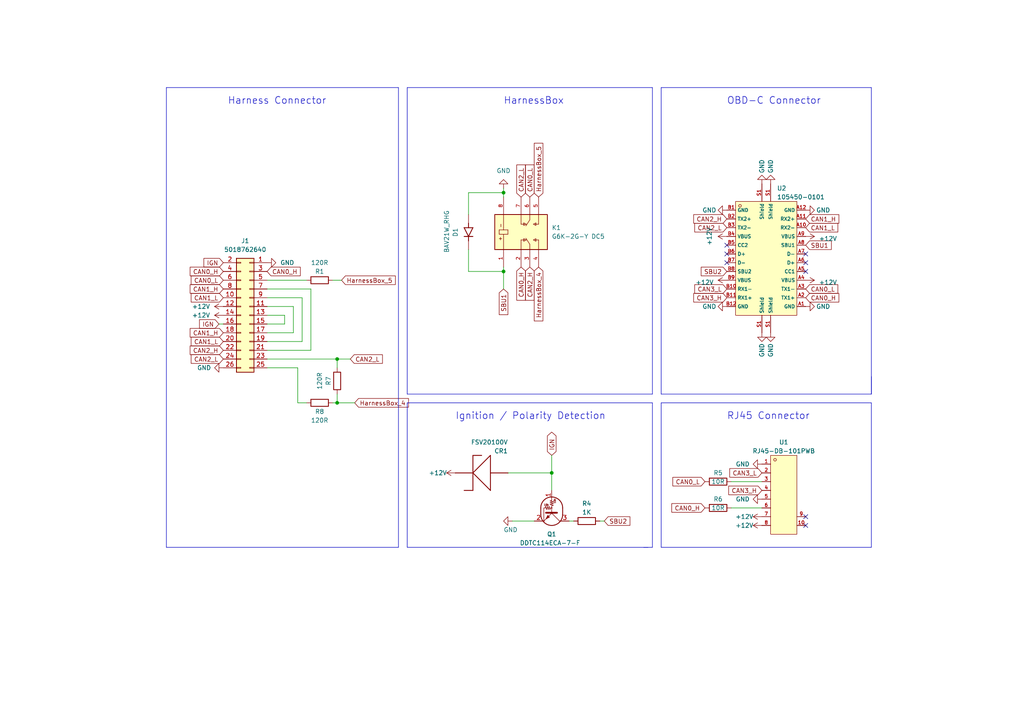
<source format=kicad_sch>
(kicad_sch (version 20230121) (generator eeschema)
  (paper "A4")
  (title_block (title "OBD-C HarnessBox") (company "loetkolben"))
  (lib_symbols
    (symbol "105450-0101:105450-0101"
      (property "Reference" "U2" (at 3.0909 20.32 0))
      (property "Value" "105450-0101" (at 3.0909 17.78 0))
      (symbol "105450-0101_0_1"
        (rectangle (start -8.89 16.51) (end 8.89 -16.51) (fill (type background)))
        (circle (center -7.62 15.24) (radius 0.381) (fill (type background)))
        (pin unspecified line (at 11.43 -13.97 180) (length 2.54) (name "GND") (number "A1"))
        (pin unspecified line (at 11.43 8.89 180) (length 2.54) (name "RX2-") (number "A10"))
        (pin unspecified line (at 11.43 11.43 180) (length 2.54) (name "RX2+") (number "A11"))
        (pin unspecified line (at 11.43 13.97 180) (length 2.54) (name "GND") (number "A12"))
        (pin unspecified line (at 11.43 -11.43 180) (length 2.54) (name "TX1+") (number "A2"))
        (pin unspecified line (at 11.43 -8.89 180) (length 2.54) (name "TX1-") (number "A3"))
        (pin unspecified line (at 11.43 -6.35 180) (length 2.54) (name "VBUS") (number "A4"))
        (pin unspecified line (at 11.43 -3.81 180) (length 2.54) (name "CC1") (number "A5"))
        (pin unspecified line (at 11.43 -1.27 180) (length 2.54) (name "D+") (number "A6"))
        (pin unspecified line (at 11.43 1.27 180) (length 2.54) (name "D-") (number "A7"))
        (pin unspecified line (at 11.43 3.81 180) (length 2.54) (name "SBU1") (number "A8"))
        (pin unspecified line (at 11.43 6.35 180) (length 2.54) (name "VBUS") (number "A9"))
        (pin unspecified line (at -11.43 13.97 0) (length 2.54) (name "GND") (number "B1"))
        (pin unspecified line (at -11.43 -8.89 0) (length 2.54) (name "RX1-") (number "B10"))
        (pin unspecified line (at -11.43 -11.43 0) (length 2.54) (name "RX1+") (number "B11"))
        (pin unspecified line (at -11.43 -13.97 0) (length 2.54) (name "GND") (number "B12"))
        (pin unspecified line (at -11.43 11.43 0) (length 2.54) (name "TX2+") (number "B2"))
        (pin unspecified line (at -11.43 8.89 0) (length 2.54) (name "TX2-") (number "B3"))
        (pin unspecified line (at -11.43 6.35 0) (length 2.54) (name "VBUS") (number "B4"))
        (pin unspecified line (at -11.43 3.81 0) (length 2.54) (name "CC2") (number "B5"))
        (pin unspecified line (at -11.43 1.27 0) (length 2.54) (name "D+") (number "B6"))
        (pin unspecified line (at -11.43 -1.27 0) (length 2.54) (name "D-") (number "B7"))
        (pin unspecified line (at -11.43 -3.81 0) (length 2.54) (name "SBU2") (number "B8"))
        (pin unspecified line (at -11.43 -6.35 0) (length 2.54) (name "VBUS") (number "B9"))
        (pin unspecified line (at -1.27 -21.59 90) (length 5.08) (name "Shield") (number "S1"))
        (pin unspecified line (at -1.27 21.59 270) (length 5.08) (name "Shield") (number "S1"))
        (pin unspecified line (at 1.27 -21.59 90) (length 5.08) (name "Shield") (number "S1"))
        (pin unspecified line (at 1.27 21.59 270) (length 5.08) (name "Shield") (number "S1"))
      )
    )
    (symbol "BAV21W_RHG:BAV21W_RHG" (pin_numbers hide) (pin_names (offset 1.016) hide)
      (property "Reference" "D" (at -5.08 2.54 0))
      (property "Value" "BAV21W_RHG" (at -5.08 -3.81 0))
      (symbol "BAV21W_RHG_0_0"
        (polyline (pts (xy -2.54 0) (xy -1.27 0)) (stroke (width 0.254)))
        (polyline (pts (xy -1.27 -1.27) (xy 1.27 0)) (stroke (width 0.254)))
        (polyline (pts (xy -1.27 0) (xy -1.27 -1.27)) (stroke (width 0.254)))
        (polyline (pts (xy -1.27 1.27) (xy -1.27 0)) (stroke (width 0.254)))
        (polyline (pts (xy 1.27 0) (xy -1.27 1.27)) (stroke (width 0.254)))
        (polyline (pts (xy 1.27 0) (xy 1.27 -1.27)) (stroke (width 0.254)))
        (polyline (pts (xy 1.27 0) (xy 2.54 0)) (stroke (width 0.254)))
        (polyline (pts (xy 1.27 1.27) (xy 1.27 0)) (stroke (width 0.254)))
        (pin passive line (at -5.08 0 0) (length 2.54) (name "~") (number "A"))
        (pin passive line (at 5.08 0 180) (length 2.54) (name "~") (number "C"))
      )
    )
    (symbol "Connector_Generic:Conn_02x13_Odd_Even" (pin_names (offset 1.016) hide)
      (property "Reference" "J" (at 1.27 17.78 0))
      (property "Value" "Conn_02x13_Odd_Even" (at 1.27 -17.78 0))
      (symbol "Conn_02x13_Odd_Even_1_1"
        (rectangle (start -1.27 -15.113) (end 0 -15.367) (stroke (width 0.1524)))
        (rectangle (start -1.27 -12.573) (end 0 -12.827) (stroke (width 0.1524)))
        (rectangle (start -1.27 -10.033) (end 0 -10.287) (stroke (width 0.1524)))
        (rectangle (start -1.27 -7.493) (end 0 -7.747) (stroke (width 0.1524)))
        (rectangle (start -1.27 -4.953) (end 0 -5.207) (stroke (width 0.1524)))
        (rectangle (start -1.27 -2.413) (end 0 -2.667) (stroke (width 0.1524)))
        (rectangle (start -1.27 0.127) (end 0 -0.127) (stroke (width 0.1524)))
        (rectangle (start -1.27 2.667) (end 0 2.413) (stroke (width 0.1524)))
        (rectangle (start -1.27 5.207) (end 0 4.953) (stroke (width 0.1524)))
        (rectangle (start -1.27 7.747) (end 0 7.493) (stroke (width 0.1524)))
        (rectangle (start -1.27 10.287) (end 0 10.033) (stroke (width 0.1524)))
        (rectangle (start -1.27 12.827) (end 0 12.573) (stroke (width 0.1524)))
        (rectangle (start -1.27 15.367) (end 0 15.113) (stroke (width 0.1524)))
        (rectangle (start -1.27 16.51) (end 3.81 -16.51) (stroke (width 0.254)) (fill (type background)))
        (rectangle (start 3.81 -15.113) (end 2.54 -15.367) (stroke (width 0.1524)))
        (rectangle (start 3.81 -12.573) (end 2.54 -12.827) (stroke (width 0.1524)))
        (rectangle (start 3.81 -10.033) (end 2.54 -10.287) (stroke (width 0.1524)))
        (rectangle (start 3.81 -7.493) (end 2.54 -7.747) (stroke (width 0.1524)))
        (rectangle (start 3.81 -4.953) (end 2.54 -5.207) (stroke (width 0.1524)))
        (rectangle (start 3.81 -2.413) (end 2.54 -2.667) (stroke (width 0.1524)))
        (rectangle (start 3.81 0.127) (end 2.54 -0.127) (stroke (width 0.1524)))
        (rectangle (start 3.81 2.667) (end 2.54 2.413) (stroke (width 0.1524)))
        (rectangle (start 3.81 5.207) (end 2.54 4.953) (stroke (width 0.1524)))
        (rectangle (start 3.81 7.747) (end 2.54 7.493) (stroke (width 0.1524)))
        (rectangle (start 3.81 10.287) (end 2.54 10.033) (stroke (width 0.1524)))
        (rectangle (start 3.81 12.827) (end 2.54 12.573) (stroke (width 0.1524)))
        (rectangle (start 3.81 15.367) (end 2.54 15.113) (stroke (width 0.1524)))
        (pin passive line (at -5.08 15.24 0) (length 3.81) (name "Pin_1") (number "1"))
        (pin passive line (at 7.62 5.08 180) (length 3.81) (name "Pin_10") (number "10"))
        (pin passive line (at -5.08 2.54 0) (length 3.81) (name "Pin_11") (number "11"))
        (pin passive line (at 7.62 2.54 180) (length 3.81) (name "Pin_12") (number "12"))
        (pin passive line (at -5.08 0 0) (length 3.81) (name "Pin_13") (number "13"))
        (pin passive line (at 7.62 0 180) (length 3.81) (name "Pin_14") (number "14"))
        (pin passive line (at -5.08 -2.54 0) (length 3.81) (name "Pin_15") (number "15"))
        (pin passive line (at 7.62 -2.54 180) (length 3.81) (name "Pin_16") (number "16"))
        (pin passive line (at -5.08 -5.08 0) (length 3.81) (name "Pin_17") (number "17"))
        (pin passive line (at 7.62 -5.08 180) (length 3.81) (name "Pin_18") (number "18"))
        (pin passive line (at -5.08 -7.62 0) (length 3.81) (name "Pin_19") (number "19"))
        (pin passive line (at 7.62 15.24 180) (length 3.81) (name "Pin_2") (number "2"))
        (pin passive line (at 7.62 -7.62 180) (length 3.81) (name "Pin_20") (number "20"))
        (pin passive line (at -5.08 -10.16 0) (length 3.81) (name "Pin_21") (number "21"))
        (pin passive line (at 7.62 -10.16 180) (length 3.81) (name "Pin_22") (number "22"))
        (pin passive line (at -5.08 -12.7 0) (length 3.81) (name "Pin_23") (number "23"))
        (pin passive line (at 7.62 -12.7 180) (length 3.81) (name "Pin_24") (number "24"))
        (pin passive line (at -5.08 -15.24 0) (length 3.81) (name "Pin_25") (number "25"))
        (pin passive line (at 7.62 -15.24 180) (length 3.81) (name "Pin_26") (number "26"))
        (pin passive line (at -5.08 12.7 0) (length 3.81) (name "Pin_3") (number "3"))
        (pin passive line (at 7.62 12.7 180) (length 3.81) (name "Pin_4") (number "4"))
        (pin passive line (at -5.08 10.16 0) (length 3.81) (name "Pin_5") (number "5"))
        (pin passive line (at 7.62 10.16 180) (length 3.81) (name "Pin_6") (number "6"))
        (pin passive line (at -5.08 7.62 0) (length 3.81) (name "Pin_7") (number "7"))
        (pin passive line (at 7.62 7.62 180) (length 3.81) (name "Pin_8") (number "8"))
        (pin passive line (at -5.08 5.08 0) (length 3.81) (name "Pin_9") (number "9"))
      )
    )
    (symbol "Device:R" (pin_numbers hide) (pin_names (offset 0))
      (property "Reference" "R" (at 2.032 0 90))
      (property "Value" "R" (at 0 0 90))
      (symbol "R_0_1"
        (rectangle (start -1.016 -2.54) (end 1.016 2.54) (stroke (width 0.254)))
      )
      (symbol "R_1_1"
        (pin passive line (at 0 3.81 270) (length 1.27) (name "~") (number "1"))
        (pin passive line (at 0 -3.81 90) (length 1.27) (name "~") (number "2"))
      )
    )
    (symbol "FSV20100V:FSV20100V" (pin_numbers hide) (pin_names (offset 1.016) hide)
      (property "Reference" "CR" (at 7.62 10.16 0))
      (property "Value" "FSV20100V" (at 7.62 7.62 0))
      (symbol "FSV20100V_0_0"
        (polyline (pts (xy -5.08 5.08) (xy 0 5.08)) (stroke (width 0.254)))
        (polyline (pts (xy -5.08 10.16) (xy 0 10.16)) (stroke (width 0.254)))
        (polyline (pts (xy -5.08 12.7) (xy -5.08 10.16)) (stroke (width 0.254)))
        (polyline (pts (xy 0 0) (xy 0 5.08)) (stroke (width 0.254)))
        (polyline (pts (xy 0 5.08) (xy 5.08 5.08)) (stroke (width 0.254)))
        (polyline (pts (xy 0 10.16) (xy -5.08 5.08)) (stroke (width 0.254)))
        (polyline (pts (xy 0 10.16) (xy 0 15.24)) (stroke (width 0.254)))
        (polyline (pts (xy 0 10.16) (xy 5.08 10.16)) (stroke (width 0.254)))
        (polyline (pts (xy 5.08 5.08) (xy 0 10.16)) (stroke (width 0.254)))
        (polyline (pts (xy 5.08 10.16) (xy 5.08 7.62)) (stroke (width 0.254)))
        (pin bidirectional line (at 0 0 0) (length 0) (name "~") (number "1"))
        (pin bidirectional line (at 0 0 0) (length 0) (name "~") (number "2"))
        (pin bidirectional line (at 0 15.24 0) (length 0) (name "~") (number "3"))
      )
    )
    (symbol "G6K-2P-Y_DC3:G6K-2P-Y_DC3" (pin_names (offset 1.016) hide)
      (property "Reference" "K" (at -5.207 8.255 0))
      (property "Value" "G6K-2P-Y_DC3" (at -5.08 -10.16 0))
      (symbol "G6K-2P-Y_DC3_0_0"
        (rectangle (start -5.08 -7.62) (end 5.08 7.62) (stroke (width 0.254)) (fill (type background)))
        (polyline (pts (xy -5.08 -2.54) (xy -3.556 -2.54)) (stroke (width 0.1524)))
        (polyline (pts (xy -5.08 5.08) (xy -0.635 5.08)) (stroke (width 0.1524)))
        (polyline (pts (xy -3.556 -2.54) (xy -1.778 -1.397)) (stroke (width 0.1524)))
        (polyline (pts (xy -2.286 -5.08) (xy -5.08 -5.08)) (stroke (width 0.1524)))
        (polyline (pts (xy -2.286 -5.08) (xy -2.286 -4.064)) (stroke (width 0.1524)))
        (polyline (pts (xy -2.286 0) (xy -5.08 0)) (stroke (width 0.1524)))
        (polyline (pts (xy -2.286 0) (xy -2.286 -1.016)) (stroke (width 0.1524)))
        (polyline (pts (xy -2.286 5.969) (xy -1.524 5.969)) (stroke (width 0.1524)))
        (polyline (pts (xy -1.905 6.35) (xy -1.905 5.588)) (stroke (width 0.1524)))
        (polyline (pts (xy -0.635 3.81) (xy -0.635 5.08)) (stroke (width 0.1524)))
        (polyline (pts (xy -0.635 5.08) (xy -0.635 6.35)) (stroke (width 0.1524)))
        (polyline (pts (xy -0.635 6.35) (xy 0.635 6.35)) (stroke (width 0.1524)))
        (polyline (pts (xy 0.635 3.81) (xy -0.635 3.81)) (stroke (width 0.1524)))
        (polyline (pts (xy 0.635 5.08) (xy 0.635 3.81)) (stroke (width 0.1524)))
        (polyline (pts (xy 0.635 5.08) (xy 5.08 5.08)) (stroke (width 0.1524)))
        (polyline (pts (xy 0.635 6.35) (xy 0.635 5.08)) (stroke (width 0.1524)))
        (polyline (pts (xy 1.524 5.842) (xy 2.286 5.842)) (stroke (width 0.1524)))
        (polyline (pts (xy 2.286 -5.08) (xy 2.286 -4.064)) (stroke (width 0.1524)))
        (polyline (pts (xy 2.286 -5.08) (xy 5.08 -5.08)) (stroke (width 0.1524)))
        (polyline (pts (xy 2.286 0) (xy 2.286 -1.016)) (stroke (width 0.1524)))
        (polyline (pts (xy 2.286 0) (xy 5.08 0)) (stroke (width 0.1524)))
        (polyline (pts (xy 3.556 -2.54) (xy 1.778 -1.397)) (stroke (width 0.1524)))
        (polyline (pts (xy 5.08 -2.54) (xy 3.556 -2.54)) (stroke (width 0.1524)))
        (polyline (pts (xy -2.667 -4.318) (xy -1.905 -4.318) (xy -2.286 -3.556) (xy -2.667 -4.318)) (stroke (width 0.1524)) (fill (type background)))
        (polyline (pts (xy -2.667 -0.762) (xy -1.905 -0.762) (xy -2.286 -1.524) (xy -2.667 -0.762)) (stroke (width 0.1524)) (fill (type background)))
        (polyline (pts (xy 2.667 -4.318) (xy 1.905 -4.318) (xy 2.286 -3.556) (xy 2.667 -4.318)) (stroke (width 0.1524)) (fill (type background)))
        (polyline (pts (xy 2.667 -0.762) (xy 1.905 -0.762) (xy 2.286 -1.524) (xy 2.667 -0.762)) (stroke (width 0.1524)) (fill (type background)))
        (pin passive line (at -10.16 5.08 0) (length 5.08) (name "~") (number "1"))
        (pin passive line (at -10.16 0 0) (length 5.08) (name "~") (number "2"))
        (pin passive line (at -10.16 -2.54 0) (length 5.08) (name "~") (number "3"))
        (pin passive line (at -10.16 -5.08 0) (length 5.08) (name "~") (number "4"))
        (pin passive line (at 10.16 -5.08 180) (length 5.08) (name "~") (number "5"))
        (pin passive line (at 10.16 -2.54 180) (length 5.08) (name "~") (number "6"))
        (pin passive line (at 10.16 0 180) (length 5.08) (name "~") (number "7"))
        (pin passive line (at 10.16 5.08 180) (length 5.08) (name "~") (number "8"))
      )
    )
    (symbol "RJ45-DB-101PWB:RJ45-DB-101PWB" (pin_names hide)
      (property "Reference" "U" (at 0 1.27 0))
      (property "Value" "RJ45-DB-101PWB" (at 0 -2.54 0))
      (symbol "RJ45-DB-101PWB_0_1"
        (rectangle (start -3.81 11.43) (end 3.81 -11.43) (fill (type background)))
        (circle (center -2.54 10.16) (radius 0.381) (fill (type background)))
        (pin unspecified line (at -6.35 8.89 0) (length 2.54) (name "TX+") (number "1"))
        (pin unspecified line (at 6.35 -8.89 180) (length 2.54) (name "10") (number "10"))
        (pin unspecified line (at -6.35 6.35 0) (length 2.54) (name "TX-") (number "2"))
        (pin unspecified line (at -6.35 3.81 0) (length 2.54) (name "RX+") (number "3"))
        (pin unspecified line (at -6.35 1.27 0) (length 2.54) (name "NC") (number "4"))
        (pin unspecified line (at -6.35 -1.27 0) (length 2.54) (name "NC") (number "5"))
        (pin unspecified line (at -6.35 -3.81 0) (length 2.54) (name "RX-") (number "6"))
        (pin unspecified line (at -6.35 -6.35 0) (length 2.54) (name "NC") (number "7"))
        (pin unspecified line (at -6.35 -8.89 0) (length 2.54) (name "NC") (number "8"))
        (pin unspecified line (at 6.35 -6.35 180) (length 2.54) (name "9") (number "9"))
      )
    )
    (symbol "Transistor_BJT:DTC114E" (pin_names (offset 0) hide)
      (property "Reference" "Q" (at 5.08 1.905 0))
      (property "Value" "DTC114E" (at 5.08 0 0))
      (symbol "DTC114E_0_0"
        (text "10k" (at -3.302 0.889 0) (effects (font (size 0.508 0.508))))
        (text "10k" (at -2.159 -1.524 900) (effects (font (size 0.508 0.508))))
      )
      (symbol "DTC114E_0_1"
        (circle (center -1.27 0) (radius 0.127))
        (arc (start -1.27 3.175) (mid -4.4312 0) (end -1.27 -3.175) (stroke (width 0.254)))
        (polyline (pts (xy -3.429 0) (xy -3.81 0)))
        (polyline (pts (xy -1.27 -3.175) (xy 0.635 -3.175)) (stroke (width 0.254)))
        (polyline (pts (xy -1.27 3.175) (xy 0.635 3.175)) (stroke (width 0.254)))
        (polyline (pts (xy 0 -0.254) (xy 2.54 2.286)))
        (polyline (pts (xy 0.127 1.524) (xy 0.127 -1.651)) (stroke (width 0.508)) (fill (type outline)))
        (polyline (pts (xy 2.54 2.286) (xy 2.54 2.54)))
        (polyline (pts (xy 2.54 -2.286) (xy 0 0.254) (xy 0 0.254)))
        (polyline (pts (xy 0.889 -1.143) (xy 1.397 -0.635) (xy 1.905 -1.651) (xy 0.889 -1.143)) (fill (type outline)))
        (polyline (pts (xy 0 0) (xy -1.905 0) (xy -2.032 0.508) (xy -2.286 -0.508) (xy -2.54 0.508) (xy -2.794 -0.508) (xy -3.048 0.508) (xy -3.302 -0.508) (xy -3.429 0)))
        (polyline (pts (xy -1.27 0) (xy -1.27 -0.381) (xy -0.762 -0.508) (xy -1.778 -0.762) (xy -0.762 -1.016) (xy -1.778 -1.27) (xy -0.762 -1.524) (xy -1.778 -1.778) (xy -1.27 -1.905) (xy -1.27 -2.286) (xy 2.54 -2.286)))
        (arc (start 0.635 -3.175) (mid 3.7962 0) (end 0.635 3.175) (stroke (width 0.254)))
        (circle (center 2.54 -2.286) (radius 0.127))
      )
      (symbol "DTC114E_1_1"
        (pin input line (at -6.35 0 0) (length 2.54) (name "B") (number "1"))
        (pin passive line (at 2.54 -5.08 90) (length 2.54) (name "E") (number "2"))
        (pin passive line (at 2.54 5.08 270) (length 2.54) (name "C") (number "3"))
      )
    )
    (symbol "power:+12V" (power) (pin_names (offset 0))
      (property "Value" "+12V" (at 0 3.556 0))
      (symbol "+12V_0_1"
        (polyline (pts (xy -0.762 1.27) (xy 0 2.54)))
        (polyline (pts (xy 0 0) (xy 0 2.54)))
        (polyline (pts (xy 0 2.54) (xy 0.762 1.27)))
      )
      (symbol "+12V_1_1"
        (pin power_in line (at 0 0 90) (length 0) hide (name "+12V") (number "1"))
      )
    )
    (symbol "power:GND" (power) (pin_names (offset 0))
      (property "Value" "GND" (at 0 -3.81 0))
      (symbol "GND_0_1"
        (polyline (pts (xy 0 0) (xy 0 -1.27) (xy 1.27 -1.27) (xy 0 -2.54) (xy -1.27 -1.27) (xy 0 -1.27)))
      )
      (symbol "GND_1_1"
        (pin power_in line (at 0 0 270) (length 0) hide (name "GND") (number "1"))
      )
    )
  )
  (junction (at 146.05 55.88))
  (junction (at 160.02 137.16))
  (junction (at 146.05 78.74))
  (junction (at 97.79 104.14))
  (junction (at 97.79 116.84))
  (no_connect (at 233.68 78.74))
  (no_connect (at 210.82 76.2))
  (no_connect (at 210.82 73.66))
  (no_connect (at 233.68 73.66))
  (no_connect (at 210.82 71.12))
  (no_connect (at 233.68 152.4))
  (no_connect (at 233.68 76.2))
  (no_connect (at 233.68 149.86))
  (polyline (pts (xy 252.73 25.4) (xy 191.77 25.4)))
  (wire (pts (xy 146.05 55.88) (xy 146.05 57.15)))
  (wire (pts (xy 135.89 78.74) (xy 146.05 78.74)))
  (polyline (pts (xy 118.11 158.75) (xy 187.96 158.75)))
  (wire (pts (xy 135.89 72.39) (xy 135.89 78.74)))
  (wire (pts (xy 173.99 151.13) (xy 175.26 151.13)))
  (polyline (pts (xy 252.73 158.75) (xy 191.77 158.75)))
  (wire (pts (xy 77.47 93.98) (xy 82.55 93.98)))
  (wire (pts (xy 146.05 77.47) (xy 146.05 78.74)))
  (polyline (pts (xy 191.77 25.4) (xy 191.77 114.3)))
  (polyline (pts (xy 191.77 114.3) (xy 252.73 114.3)))
  (wire (pts (xy 77.47 88.9) (xy 85.09 88.9)))
  (polyline (pts (xy 186.69 158.75) (xy 189.23 158.75)))
  (wire (pts (xy 87.63 86.36) (xy 77.47 86.36)))
  (wire (pts (xy 160.02 137.16) (xy 160.02 142.24)))
  (polyline (pts (xy 189.23 114.3) (xy 118.11 114.3)))
  (polyline (pts (xy 189.23 116.84) (xy 118.11 116.84)))
  (wire (pts (xy 63.5 93.98) (xy 64.77 93.98)))
  (wire (pts (xy 96.52 81.28) (xy 99.06 81.28)))
  (wire (pts (xy 97.79 116.84) (xy 102.87 116.84)))
  (wire (pts (xy 148.59 151.13) (xy 154.94 151.13)))
  (polyline (pts (xy 118.11 25.4) (xy 189.23 25.4)))
  (polyline (pts (xy 191.77 116.84) (xy 191.77 158.75)))
  (wire (pts (xy 77.47 96.52) (xy 85.09 96.52)))
  (wire (pts (xy 77.47 106.68) (xy 86.36 106.68)))
  (wire (pts (xy 96.52 116.84) (xy 97.79 116.84)))
  (wire (pts (xy 97.79 104.14) (xy 101.6 104.14)))
  (wire (pts (xy 146.05 54.61) (xy 146.05 55.88)))
  (wire (pts (xy 212.09 139.7) (xy 220.98 139.7)))
  (wire (pts (xy 212.09 147.32) (xy 220.98 147.32)))
  (wire (pts (xy 135.89 55.88) (xy 146.05 55.88)))
  (polyline (pts (xy 189.23 25.4) (xy 189.23 114.3)))
  (wire (pts (xy 147.32 137.16) (xy 160.02 137.16)))
  (wire (pts (xy 77.47 81.28) (xy 88.9 81.28)))
  (polyline (pts (xy 252.73 116.84) (xy 252.73 158.75)))
  (wire (pts (xy 85.09 88.9) (xy 85.09 96.52)))
  (wire (pts (xy 82.55 93.98) (xy 82.55 91.44)))
  (polyline (pts (xy 252.73 114.3) (xy 252.73 25.4)))
  (wire (pts (xy 165.1 151.13) (xy 166.37 151.13)))
  (polyline (pts (xy 118.11 114.3) (xy 118.11 25.4)))
  (wire (pts (xy 87.63 99.06) (xy 87.63 86.36)))
  (polyline (pts (xy 189.23 158.75) (xy 189.23 116.84)))
  (wire (pts (xy 86.36 106.68) (xy 86.36 116.84)))
  (wire (pts (xy 77.47 99.06) (xy 87.63 99.06)))
  (wire (pts (xy 90.17 83.82) (xy 90.17 101.6)))
  (wire (pts (xy 82.55 91.44) (xy 77.47 91.44)))
  (polyline (pts (xy 252.73 109.22) (xy 252.73 114.3)))
  (wire (pts (xy 135.89 62.23) (xy 135.89 55.88)))
  (polyline (pts (xy 48.26 158.75) (xy 48.26 25.4)))
  (polyline (pts (xy 48.26 25.4) (xy 115.57 25.4)))
  (wire (pts (xy 77.47 83.82) (xy 90.17 83.82)))
  (polyline (pts (xy 118.11 116.84) (xy 118.11 158.75)))
  (polyline (pts (xy 191.77 116.84) (xy 252.73 116.84)))
  (wire (pts (xy 97.79 114.3) (xy 97.79 116.84)))
  (polyline (pts (xy 115.57 25.4) (xy 115.57 158.75)))
  (wire (pts (xy 90.17 101.6) (xy 77.47 101.6)))
  (polyline (pts (xy 115.57 158.75) (xy 48.26 158.75)))
  (wire (pts (xy 97.79 106.68) (xy 97.79 104.14)))
  (wire (pts (xy 160.02 132.08) (xy 160.02 137.16)))
  (wire (pts (xy 77.47 104.14) (xy 97.79 104.14)))
  (wire (pts (xy 86.36 116.84) (xy 88.9 116.84)))
  (wire (pts (xy 146.05 78.74) (xy 146.05 83.82)))
  (text "Harness Connector" (at 66.04 30.48 0) (effects (font (size 2 2)) (justify left bottom)))
  (text "Ignition / Polarity Detection" (at 132.08 121.92 0) (effects (font (size 2 2)) (justify left bottom)))
  (text "OBD-C Connector" (at 210.82 30.48 0) (effects (font (size 2 2)) (justify left bottom)))
  (text "RJ45 Connector\n" (at 210.82 121.92 0) (effects (font (size 2 2)) (justify left bottom)))
  (text "HarnessBox" (at 146.05 30.48 0) (effects (font (size 2 2)) (justify left bottom)))
  (global_label "CAN2_H" (shape input) (at 64.77 101.6 180) (property "Intersheetrefs" "${INTERSHEET_REFS}" (effects hide)))
  (global_label "SBU2" (shape input) (at 175.26 151.13 0) (property "Intersheetrefs" "${INTERSHEET_REFS}" (effects hide)))
  (global_label "CAN0_H" (shape input) (at 233.68 86.36 0) (property "Intersheetrefs" "${INTERSHEET_REFS}" (effects hide)))
  (global_label "CAN3_L" (shape input) (at 210.82 83.82 180) (property "Intersheetrefs" "${INTERSHEET_REFS}" (effects hide)))
  (global_label "CAN0_H" (shape input) (at 204.47 147.32 180) (property "Intersheetrefs" "${INTERSHEET_REFS}" (effects hide)))
  (global_label "CAN3_H" (shape input) (at 210.82 86.36 180) (property "Intersheetrefs" "${INTERSHEET_REFS}" (effects hide)))
  (global_label "CAN1_H" (shape input) (at 64.77 96.52 180) (property "Intersheetrefs" "${INTERSHEET_REFS}" (effects hide)))
  (global_label "CAN1_L" (shape input) (at 64.77 86.36 180) (property "Intersheetrefs" "${INTERSHEET_REFS}" (effects hide)))
  (global_label "CAN3_L" (shape input) (at 220.98 137.16 180) (property "Intersheetrefs" "${INTERSHEET_REFS}" (effects hide)))
  (global_label "IGN" (shape input) (at 63.5 93.98 180) (property "Intersheetrefs" "${INTERSHEET_REFS}" (effects hide)))
  (global_label "IGN" (shape input) (at 64.77 76.2 180) (property "Intersheetrefs" "${INTERSHEET_REFS}" (effects hide)))
  (global_label "CAN3_H" (shape input) (at 220.98 142.24 180) (property "Intersheetrefs" "${INTERSHEET_REFS}" (effects hide)))
  (global_label "CAN0_H" (shape input) (at 151.13 77.47 270) (property "Intersheetrefs" "${INTERSHEET_REFS}" (effects hide)))
  (global_label "IGN" (shape bidirectional) (at 160.02 132.08 90) (property "Intersheetrefs" "${INTERSHEET_REFS}" (effects hide)))
  (global_label "CAN1_H" (shape input) (at 233.68 63.5 0) (property "Intersheetrefs" "${INTERSHEET_REFS}" (effects hide)))
  (global_label "SBU1" (shape input) (at 146.05 83.82 270) (property "Intersheetrefs" "${INTERSHEET_REFS}" (effects hide)))
  (global_label "SBU2" (shape input) (at 210.82 78.74 180) (property "Intersheetrefs" "${INTERSHEET_REFS}" (effects hide)))
  (global_label "CAN1_L" (shape input) (at 233.68 66.04 0) (property "Intersheetrefs" "${INTERSHEET_REFS}" (effects hide)))
  (global_label "CAN0_L" (shape input) (at 64.77 81.28 180) (property "Intersheetrefs" "${INTERSHEET_REFS}" (effects hide)))
  (global_label "CAN2_H" (shape input) (at 210.82 63.5 180) (property "Intersheetrefs" "${INTERSHEET_REFS}" (effects hide)))
  (global_label "CAN2_H" (shape input) (at 153.67 77.47 270) (property "Intersheetrefs" "${INTERSHEET_REFS}" (effects hide)))
  (global_label "HarnessBox_4" (shape input) (at 156.21 77.47 270) (property "Intersheetrefs" "${INTERSHEET_REFS}" (effects hide)))
  (global_label "CAN2_L" (shape input) (at 151.13 57.15 90) (property "Intersheetrefs" "${INTERSHEET_REFS}" (effects hide)))
  (global_label "HarnessBox_5" (shape input) (at 99.06 81.28 0) (property "Intersheetrefs" "${INTERSHEET_REFS}" (effects hide)))
  (global_label "CAN0_L" (shape input) (at 204.47 139.7 180) (property "Intersheetrefs" "${INTERSHEET_REFS}" (effects hide)))
  (global_label "CAN2_L" (shape input) (at 101.6 104.14 0) (property "Intersheetrefs" "${INTERSHEET_REFS}" (effects hide)))
  (global_label "HarnessBox_4" (shape input) (at 102.87 116.84 0) (property "Intersheetrefs" "${INTERSHEET_REFS}" (effects hide)))
  (global_label "CAN1_L" (shape input) (at 64.77 99.06 180) (property "Intersheetrefs" "${INTERSHEET_REFS}" (effects hide)))
  (global_label "CAN1_H" (shape input) (at 64.77 83.82 180) (property "Intersheetrefs" "${INTERSHEET_REFS}" (effects hide)))
  (global_label "CAN0_L" (shape input) (at 153.67 57.15 90) (property "Intersheetrefs" "${INTERSHEET_REFS}" (effects hide)))
  (global_label "SBU1" (shape input) (at 233.68 71.12 0) (property "Intersheetrefs" "${INTERSHEET_REFS}" (effects hide)))
  (global_label "CAN0_H" (shape input) (at 64.77 78.74 180) (property "Intersheetrefs" "${INTERSHEET_REFS}" (effects hide)))
  (global_label "CAN2_L" (shape input) (at 210.82 66.04 180) (property "Intersheetrefs" "${INTERSHEET_REFS}" (effects hide)))
  (global_label "CAN0_H" (shape input) (at 77.47 78.74 0) (property "Intersheetrefs" "${INTERSHEET_REFS}" (effects hide)))
  (global_label "CAN2_L" (shape input) (at 64.77 104.14 180) (property "Intersheetrefs" "${INTERSHEET_REFS}" (effects hide)))
  (global_label "CAN0_L" (shape input) (at 233.68 83.82 0) (property "Intersheetrefs" "${INTERSHEET_REFS}" (effects hide)))
  (global_label "HarnessBox_5" (shape input) (at 156.21 57.15 90) (property "Intersheetrefs" "${INTERSHEET_REFS}" (effects hide)))
  (symbol (lib_id "BAV21W_RHG:BAV21W_RHG") (at 135.89 67.31 270) (unit 1)
    (property "Reference" "D1" (at 132.08 66.04 0) (effects (justify left)))
    (property "Value" "BAV21W_RHG" (at 129.54 60.96 0) (effects (justify left)))
    (property "Footprint" "HarnessBox:DIO_BAV21W_RHG" (effects hide))
    (property "MAXIMUM_PACKAGE_HEIGHT" "1.15 mm" (effects hide))
    (property "MANUFACTURER" "Taiwan Semiconductor" (effects hide))
    (property "PARTREV" "K1804" (effects hide))
    (property "STANDARD" "Manufacturer Recommendations" (effects hide))
  )
  (symbol (lib_id "RJ45-DB-101PWB:RJ45-DB-101PWB") (at 227.33 143.51 0) (unit 1)
    (property "Reference" "U1" (at 227.33 128.27 0))
    (property "Value" "RJ45-DB-101PWB" (at 227.33 130.81 0))
    (property "Footprint" "HarnessBox:RJ45-SMD_RJ45-DB-101PWB" (effects hide))
    (property "Datasheet" "https://atta.szlcsc.com/upload/public/pdf/source/20211227/203E11D3F4CB43561AA5678CF393032F.pdf" (effects hide))
    (property "LCSC" "C2936176" (effects hide))
  )
  (symbol (lib_id "power:GND") (at 233.68 60.96 90) (unit 1)
    (property "Reference" "#PWR06" (effects hide))
    (property "Value" "GND" (at 238.76 60.96 90))
  )
  (symbol (lib_id "power:GND") (at 233.68 88.9 90) (unit 1)
    (property "Reference" "#PWR05" (effects hide))
    (property "Value" "GND" (at 238.76 88.9 90))
  )
  (symbol (lib_id "power:+12V") (at 233.68 68.58 270) (unit 1)
    (property "Reference" "#PWR010" (effects hide))
    (property "Value" "+12V" (at 237.49 69.215 90) (effects (justify left)))
  )
  (symbol (lib_id "Device:R") (at 208.28 147.32 90) (unit 1)
    (property "Reference" "R6" (at 208.28 144.78 90))
    (property "Value" "10R" (at 208.28 147.32 90))
    (property "Footprint" "Resistor_SMD:R_0603_1608Metric" (effects hide))
  )
  (symbol (lib_id "power:GND") (at 223.52 96.52 0) (unit 1)
    (property "Reference" "#PWR03" (effects hide))
    (property "Value" "GND" (at 223.52 101.6 90))
  )
  (symbol (lib_id "FSV20100V:FSV20100V") (at 147.32 137.16 90) (unit 1)
    (property "Reference" "CR1" (at 147.32 130.81 90) (effects (justify left)))
    (property "Value" "FSV20100V" (at 147.32 128.27 90) (effects (justify left)))
    (property "Footprint" "HarnessBox:TO-277A_L5.9-W4.4-LS6.5-TR" (effects hide))
    (property "PARTNO" "FSV20100VCT-ND" (effects hide))
  )
  (symbol (lib_id "power:+12V") (at 132.08 137.16 90) (unit 1)
    (property "Reference" "#PWR0104" (effects hide))
    (property "Value" "+12V" (at 127 137.16 90))
  )
  (symbol (lib_id "G6K-2P-Y_DC3:G6K-2P-Y_DC3") (at 151.13 67.31 90) (unit 1)
    (property "Reference" "K1" (at 160.02 66.0399 90) (effects (justify right)))
    (property "Value" "G6K-2G-Y DC5" (at 160.02 68.5799 90) (effects (justify right)))
    (property "Footprint" "HarnessBox_SMD:HarnessBox_DPDT_Omron_G6K-2G-Y" (effects hide))
    (property "STANDARD" "Manufacturer Recommendations" (effects hide))
    (property "MAXIMUM_PACKAGE_HEIGHT" "5.3mm" (effects hide))
    (property "MANUFACTURER" "Omron" (effects hide))
    (property "PARTREV" "K106-E1-11" (effects hide))
  )
  (symbol (lib_id "Device:R") (at 92.71 116.84 270) (unit 1)
    (property "Reference" "R8" (at 92.71 119.38 90))
    (property "Value" "120R" (at 92.71 121.92 90))
    (property "Footprint" "Resistor_SMD:R_0603_1608Metric" (effects hide))
  )
  (symbol (lib_id "Device:R") (at 97.79 110.49 180) (unit 1)
    (property "Reference" "R7" (at 95.25 110.49 90))
    (property "Value" "120R" (at 92.71 110.49 90))
    (property "Footprint" "Resistor_SMD:R_0603_1608Metric" (effects hide))
  )
  (symbol (lib_id "power:GND") (at 220.98 144.78 270) (unit 1)
    (property "Reference" "#PWR0105" (effects hide))
    (property "Value" "GND" (at 213.36 144.78 90) (effects (justify left)))
  )
  (symbol (lib_id "power:+12V") (at 220.98 152.4 90) (unit 1)
    (property "Reference" "#PWR0107" (effects hide))
    (property "Value" "+12V" (at 215.9 152.4 90))
  )
  (symbol (lib_id "power:GND") (at 220.98 53.34 180) (unit 1)
    (property "Reference" "#PWR02" (effects hide))
    (property "Value" "GND" (at 220.98 48.26 90))
  )
  (symbol (lib_id "power:GND") (at 220.98 134.62 270) (unit 1)
    (property "Reference" "#PWR0108" (effects hide))
    (property "Value" "GND" (at 213.36 134.62 90) (effects (justify left)))
  )
  (symbol (lib_id "power:+12V") (at 64.77 91.44 90) (unit 1)
    (property "Reference" "#PWR0114" (effects hide))
    (property "Value" "+12V" (at 60.96 91.4399 90) (effects (justify left)))
  )
  (symbol (lib_id "power:GND") (at 220.98 96.52 0) (unit 1)
    (property "Reference" "#PWR04" (effects hide))
    (property "Value" "GND" (at 220.98 101.6 90))
  )
  (symbol (lib_id "power:GND") (at 64.77 106.68 270) (unit 1)
    (property "Reference" "#PWR0115" (effects hide))
    (property "Value" "GND" (at 57.15 106.68 90) (effects (justify left)))
  )
  (symbol (lib_id "power:GND") (at 210.82 60.96 270) (unit 1)
    (property "Reference" "#PWR07" (effects hide))
    (property "Value" "GND" (at 205.74 60.96 90))
  )
  (symbol (lib_id "power:+12V") (at 233.68 81.28 270) (unit 1)
    (property "Reference" "#PWR011" (effects hide))
    (property "Value" "+12V" (at 237.49 81.915 90) (effects (justify left)))
  )
  (symbol (lib_id "power:GND") (at 146.05 54.61 180) (unit 1)
    (property "Reference" "#PWR0101" (effects hide))
    (property "Value" "GND" (at 146.05 49.53 0))
  )
  (symbol (lib_id "105450-0101:105450-0101") (at 222.25 74.93 0) (unit 1)
    (property "Reference" "U2" (at 225.3409 54.61 0) (effects (justify left)))
    (property "Value" "105450-0101" (at 225.3409 57.15 0) (effects (justify left)))
    (property "Footprint" "Connector_USB:USB_C_Receptacle_Molex_105450-0101" (effects hide))
    (property "Datasheet" "https://item.szlcsc.com/145400.html" (effects hide))
    (property "LCSC" "C134092" (effects hide))
  )
  (symbol (lib_id "Device:R") (at 208.28 139.7 90) (unit 1)
    (property "Reference" "R5" (at 208.28 137.16 90))
    (property "Value" "10R" (at 208.28 139.7 90))
    (property "Footprint" "Resistor_SMD:R_0603_1608Metric" (effects hide))
  )
  (symbol (lib_id "power:GND") (at 223.52 53.34 180) (unit 1)
    (property "Reference" "#PWR01" (effects hide))
    (property "Value" "GND" (at 223.52 48.26 90))
  )
  (symbol (lib_id "power:GND") (at 77.47 76.2 90) (unit 1)
    (property "Reference" "#PWR0112" (effects hide))
    (property "Value" "GND" (at 81.28 76.1999 90) (effects (justify right)))
  )
  (symbol (lib_id "Device:R") (at 170.18 151.13 90) (unit 1)
    (property "Reference" "R4" (at 170.18 146.05 90))
    (property "Value" "1K" (at 170.18 148.59 90))
    (property "Footprint" "Resistor_SMD:R_0402_1005Metric" (effects hide))
  )
  (symbol (lib_id "Device:R") (at 92.71 81.28 90) (unit 1)
    (property "Reference" "R1" (at 92.71 78.74 90))
    (property "Value" "120R" (at 92.71 76.2 90))
    (property "Footprint" "Resistor_SMD:R_0603_1608Metric" (effects hide))
  )
  (symbol (lib_id "Transistor_BJT:DTC114E") (at 160.02 148.59 270) (unit 1)
    (property "Reference" "Q1" (at 160.02 154.94 90))
    (property "Value" "DDTC114ECA-7-F " (at 160.02 157.48 90))
    (property "Footprint" "Package_TO_SOT_SMD:SOT-23" (effects hide))
  )
  (symbol (lib_id "power:+12V") (at 210.82 68.58 90) (unit 1)
    (property "Reference" "#PWR09" (effects hide))
    (property "Value" "+12V" (at 205.74 68.58 0))
  )
  (symbol (lib_id "power:+12V") (at 220.98 149.86 90) (unit 1)
    (property "Reference" "#PWR0106" (effects hide))
    (property "Value" "+12V" (at 215.9 149.86 90))
  )
  (symbol (lib_id "power:+12V") (at 210.82 81.28 90) (unit 1)
    (property "Reference" "#PWR012" (effects hide))
    (property "Value" "+12V" (at 207.01 81.915 90) (effects (justify left)))
  )
  (symbol (lib_id "power:GND") (at 210.82 88.9 270) (unit 1)
    (property "Reference" "#PWR08" (effects hide))
    (property "Value" "GND" (at 205.74 88.9 90))
  )
  (symbol (lib_id "Connector_Generic:Conn_02x13_Odd_Even") (at 72.39 91.44 0) (mirror y) (unit 1)
    (property "Reference" "J1" (at 71.12 69.85 0))
    (property "Value" "5018762640" (at 71.12 72.39 0))
    (property "Footprint" "Connector_JST:JST_PHD_B26B-PHDSS_2x13_P2.00mm_Vertical" (effects hide))
    (property "Datasheet" "https://www.molex.com/pdm_docs/sd/5018761040_sd.pdf" (effects hide))
  )
  (symbol (lib_id "power:GND") (at 148.59 151.13 270) (unit 1)
    (property "Reference" "#PWR0103" (effects hide))
    (property "Value" "GND" (at 146.05 153.67 90) (effects (justify left)))
  )
  (symbol (lib_id "power:+12V") (at 64.77 88.9 90) (unit 1)
    (property "Reference" "#PWR0113" (effects hide))
    (property "Value" "+12V" (at 60.96 88.8999 90) (effects (justify left)))
  )
)
</source>
